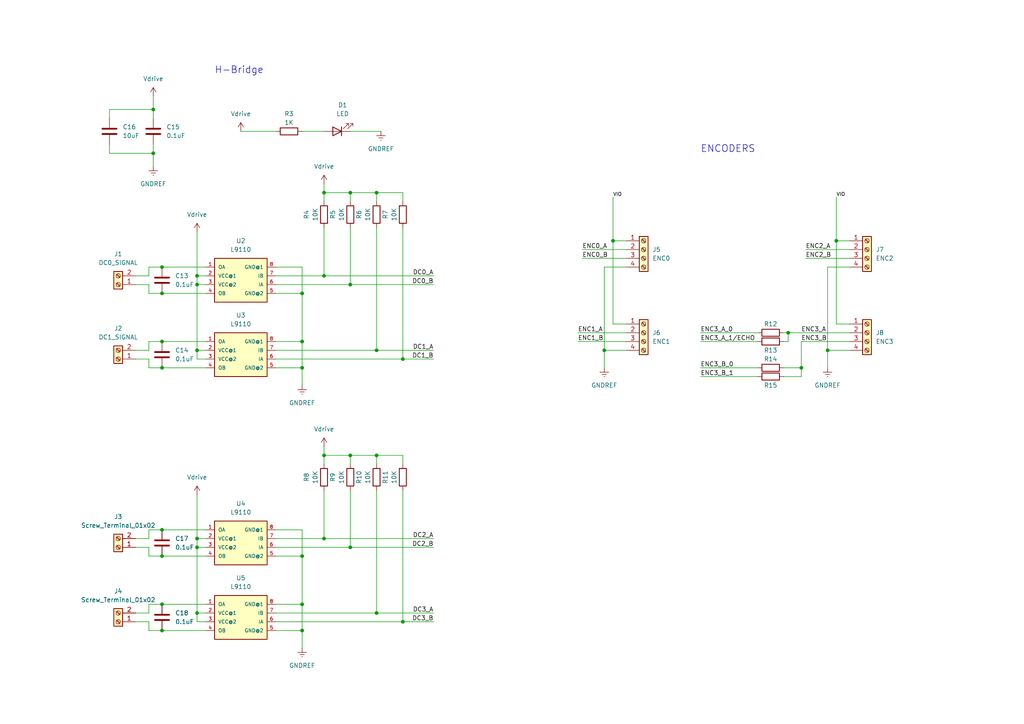
<source format=kicad_sch>
(kicad_sch (version 20231120) (generator "eeschema") (generator_version "8.0")
  (paper "A4")
  (lib_symbols
    (symbol "Connector:Screw_Terminal_01x02" (pin_names (offset 1.016) hide)
      (property "Reference" "J" (at 0 2.54 0))
      (property "Value" "Screw_Terminal_01x02" (at 0 -5.08 0))
      (symbol "Screw_Terminal_01x02_1_1"
        (rectangle (start -1.27 1.27) (end 1.27 -3.81) (stroke (width 0.254)) (fill (type background)))
        (circle (center 0 -2.54) (radius 0.635) (stroke (width 0.1524)))
        (polyline (pts (xy -0.5334 -2.2098) (xy 0.3302 -3.048)) (stroke (width 0.1524)))
        (polyline (pts (xy -0.5334 0.3302) (xy 0.3302 -0.508)) (stroke (width 0.1524)))
        (polyline (pts (xy -0.3556 -2.032) (xy 0.508 -2.8702)) (stroke (width 0.1524)))
        (polyline (pts (xy -0.3556 0.508) (xy 0.508 -0.3302)) (stroke (width 0.1524)))
        (circle (center 0 0) (radius 0.635) (stroke (width 0.1524)))
        (pin passive line (at -5.08 0 0) (length 3.81) (name "Pin_1") (number "1"))
        (pin passive line (at -5.08 -2.54 0) (length 3.81) (name "Pin_2") (number "2"))
      )
    )
    (symbol "Connector:Screw_Terminal_01x04" (pin_names (offset 1.016) hide)
      (property "Reference" "J" (at 0 5.08 0))
      (property "Value" "Screw_Terminal_01x04" (at 0 -7.62 0))
      (symbol "Screw_Terminal_01x04_1_1"
        (rectangle (start -1.27 3.81) (end 1.27 -6.35) (stroke (width 0.254)) (fill (type background)))
        (circle (center 0 -5.08) (radius 0.635) (stroke (width 0.1524)))
        (circle (center 0 -2.54) (radius 0.635) (stroke (width 0.1524)))
        (polyline (pts (xy -0.5334 -4.7498) (xy 0.3302 -5.588)) (stroke (width 0.1524)))
        (polyline (pts (xy -0.5334 -2.2098) (xy 0.3302 -3.048)) (stroke (width 0.1524)))
        (polyline (pts (xy -0.5334 0.3302) (xy 0.3302 -0.508)) (stroke (width 0.1524)))
        (polyline (pts (xy -0.5334 2.8702) (xy 0.3302 2.032)) (stroke (width 0.1524)))
        (polyline (pts (xy -0.3556 -4.572) (xy 0.508 -5.4102)) (stroke (width 0.1524)))
        (polyline (pts (xy -0.3556 -2.032) (xy 0.508 -2.8702)) (stroke (width 0.1524)))
        (polyline (pts (xy -0.3556 0.508) (xy 0.508 -0.3302)) (stroke (width 0.1524)))
        (polyline (pts (xy -0.3556 3.048) (xy 0.508 2.2098)) (stroke (width 0.1524)))
        (circle (center 0 0) (radius 0.635) (stroke (width 0.1524)))
        (circle (center 0 2.54) (radius 0.635) (stroke (width 0.1524)))
        (pin passive line (at -5.08 2.54 0) (length 3.81) (name "Pin_1") (number "1"))
        (pin passive line (at -5.08 0 0) (length 3.81) (name "Pin_2") (number "2"))
        (pin passive line (at -5.08 -2.54 0) (length 3.81) (name "Pin_3") (number "3"))
        (pin passive line (at -5.08 -5.08 0) (length 3.81) (name "Pin_4") (number "4"))
      )
    )
    (symbol "Device:C" (pin_numbers hide) (pin_names (offset 0.254))
      (property "Reference" "C" (at 0.635 2.54 0))
      (property "Value" "C" (at 0.635 -2.54 0))
      (symbol "C_0_1"
        (polyline (pts (xy -2.032 -0.762) (xy 2.032 -0.762)) (stroke (width 0.508)))
        (polyline (pts (xy -2.032 0.762) (xy 2.032 0.762)) (stroke (width 0.508)))
      )
      (symbol "C_1_1"
        (pin passive line (at 0 3.81 270) (length 2.794) (name "~") (number "1"))
        (pin passive line (at 0 -3.81 90) (length 2.794) (name "~") (number "2"))
      )
    )
    (symbol "Device:LED" (pin_numbers hide) (pin_names (offset 1.016) hide)
      (property "Reference" "D" (at 0 2.54 0))
      (property "Value" "LED" (at 0 -2.54 0))
      (symbol "LED_0_1"
        (polyline (pts (xy -1.27 -1.27) (xy -1.27 1.27)) (stroke (width 0.254)))
        (polyline (pts (xy -1.27 0) (xy 1.27 0)))
        (polyline (pts (xy 1.27 -1.27) (xy 1.27 1.27) (xy -1.27 0) (xy 1.27 -1.27)) (stroke (width 0.254)))
        (polyline (pts (xy -3.048 -0.762) (xy -4.572 -2.286) (xy -3.81 -2.286) (xy -4.572 -2.286) (xy -4.572 -1.524)))
        (polyline (pts (xy -1.778 -0.762) (xy -3.302 -2.286) (xy -2.54 -2.286) (xy -3.302 -2.286) (xy -3.302 -1.524)))
      )
      (symbol "LED_1_1"
        (pin passive line (at -3.81 0 0) (length 2.54) (name "K") (number "1"))
        (pin passive line (at 3.81 0 180) (length 2.54) (name "A") (number "2"))
      )
    )
    (symbol "Device:R" (pin_numbers hide) (pin_names (offset 0))
      (property "Reference" "R" (at 2.032 0 90))
      (property "Value" "R" (at 0 0 90))
      (symbol "R_0_1"
        (rectangle (start -1.016 -2.54) (end 1.016 2.54) (stroke (width 0.254)))
      )
      (symbol "R_1_1"
        (pin passive line (at 0 3.81 270) (length 1.27) (name "~") (number "1"))
        (pin passive line (at 0 -3.81 90) (length 1.27) (name "~") (number "2"))
      )
    )
    (symbol "l9110s:L9110" (pin_names (offset 1.016))
      (property "Reference" "U" (at 0 0 0))
      (property "Value" "L9110" (at 0 0 0))
      (symbol "L9110_0_0"
        (rectangle (start -7.62 -5.08) (end 7.62 7.62) (stroke (width 0.254)) (fill (type background)))
        (pin output line (at -10.16 5.08 0) (length 2.54) (name "OA") (number "1"))
        (pin power_in line (at -10.16 2.54 0) (length 2.54) (name "VCC@1") (number "2"))
        (pin power_in line (at -10.16 0 0) (length 2.54) (name "VCC@2") (number "3"))
        (pin output line (at -10.16 -2.54 0) (length 2.54) (name "OB") (number "4"))
        (pin power_in line (at 10.16 -2.54 180) (length 2.54) (name "GND@2") (number "5"))
        (pin input line (at 10.16 0 180) (length 2.54) (name "IA") (number "6"))
        (pin input line (at 10.16 2.54 180) (length 2.54) (name "IB") (number "7"))
        (pin power_in line (at 10.16 5.08 180) (length 2.54) (name "GND@1") (number "8"))
      )
    )
    (symbol "power:GNDREF" (power) (pin_names (offset 0))
      (property "Value" "GND" (at 0 -3.81 0))
      (symbol "GNDREF_0_1"
        (polyline (pts (xy -0.635 -1.905) (xy 0.635 -1.905)))
        (polyline (pts (xy -0.127 -2.54) (xy 0.127 -2.54)))
        (polyline (pts (xy 0 -1.27) (xy 0 0)))
        (polyline (pts (xy 1.27 -1.27) (xy -1.27 -1.27)))
      )
      (symbol "GNDREF_1_1"
        (pin power_in line (at 0 0 270) (length 0) hide (name "GNDREF") (number "1"))
      )
    )
    (symbol "power:Vdrive" (power) (pin_names (offset 0))
      (property "Value" "Vdrive" (at 0 3.81 0))
      (symbol "Vdrive_0_1"
        (polyline (pts (xy -0.762 1.27) (xy 0 2.54)))
        (polyline (pts (xy 0 0) (xy 0 2.54)))
        (polyline (pts (xy 0 2.54) (xy 0.762 1.27)))
      )
      (symbol "Vdrive_1_1"
        (pin power_in line (at 0 0 90) (length 0) hide (name "Vdrive") (number "1"))
      )
    )
  )
  (junction (at 101.6 132.08))
  (junction (at 109.22 101.6))
  (junction (at 87.63 106.68))
  (junction (at 232.41 106.68))
  (junction (at 101.6 55.88))
  (junction (at 46.99 106.68))
  (junction (at 177.8 69.85))
  (junction (at 87.63 175.26))
  (junction (at 242.57 69.85))
  (junction (at 57.15 177.8))
  (junction (at 87.63 99.06))
  (junction (at 44.45 31.75))
  (junction (at 93.98 80.01))
  (junction (at 57.15 101.6))
  (junction (at 87.63 85.09))
  (junction (at 57.15 156.21))
  (junction (at 93.98 132.08))
  (junction (at 57.15 80.01))
  (junction (at 175.26 101.6))
  (junction (at 57.15 82.55))
  (junction (at 46.99 182.88))
  (junction (at 93.98 156.21))
  (junction (at 93.98 55.88))
  (junction (at 101.6 158.75))
  (junction (at 109.22 55.88))
  (junction (at 87.63 182.88))
  (junction (at 240.03 101.6))
  (junction (at 101.6 82.55))
  (junction (at 109.22 132.08))
  (junction (at 109.22 177.8))
  (junction (at 46.99 77.47))
  (junction (at 116.84 104.14))
  (junction (at 228.6 96.52))
  (junction (at 46.99 175.26))
  (junction (at 44.45 44.45))
  (junction (at 46.99 85.09))
  (junction (at 46.99 99.06))
  (junction (at 46.99 153.67))
  (junction (at 116.84 180.34))
  (junction (at 57.15 158.75))
  (junction (at 46.99 161.29))
  (junction (at 87.63 161.29))
  (wire (pts (xy 31.75 34.29) (xy 31.75 31.75)))
  (wire (pts (xy 109.22 142.24) (xy 109.22 177.8)))
  (wire (pts (xy 101.6 82.55) (xy 125.73 82.55)))
  (wire (pts (xy 87.63 99.06) (xy 87.63 106.68)))
  (wire (pts (xy 227.33 96.52) (xy 228.6 96.52)))
  (wire (pts (xy 101.6 58.42) (xy 101.6 55.88)))
  (wire (pts (xy 116.84 55.88) (xy 109.22 55.88)))
  (wire (pts (xy 57.15 156.21) (xy 57.15 158.75)))
  (wire (pts (xy 203.2 99.06) (xy 219.71 99.06)))
  (wire (pts (xy 109.22 55.88) (xy 101.6 55.88)))
  (wire (pts (xy 87.63 85.09) (xy 87.63 99.06)))
  (wire (pts (xy 43.18 161.29) (xy 43.18 158.75)))
  (wire (pts (xy 57.15 80.01) (xy 59.69 80.01)))
  (wire (pts (xy 57.15 101.6) (xy 57.15 104.14)))
  (wire (pts (xy 87.63 106.68) (xy 87.63 111.76)))
  (wire (pts (xy 80.01 175.26) (xy 87.63 175.26)))
  (wire (pts (xy 43.18 77.47) (xy 46.99 77.47)))
  (wire (pts (xy 57.15 156.21) (xy 59.69 156.21)))
  (wire (pts (xy 43.18 82.55) (xy 39.37 82.55)))
  (wire (pts (xy 46.99 182.88) (xy 43.18 182.88)))
  (wire (pts (xy 57.15 177.8) (xy 57.15 180.34)))
  (wire (pts (xy 87.63 153.67) (xy 87.63 161.29)))
  (wire (pts (xy 80.01 161.29) (xy 87.63 161.29)))
  (wire (pts (xy 80.01 158.75) (xy 101.6 158.75)))
  (wire (pts (xy 232.41 109.22) (xy 232.41 106.68)))
  (wire (pts (xy 80.01 153.67) (xy 87.63 153.67)))
  (wire (pts (xy 116.84 66.04) (xy 116.84 104.14)))
  (wire (pts (xy 80.01 101.6) (xy 109.22 101.6)))
  (wire (pts (xy 43.18 153.67) (xy 46.99 153.67)))
  (wire (pts (xy 57.15 67.31) (xy 57.15 80.01)))
  (wire (pts (xy 168.91 72.39) (xy 181.61 72.39)))
  (wire (pts (xy 227.33 106.68) (xy 232.41 106.68)))
  (wire (pts (xy 242.57 69.85) (xy 242.57 57.15)))
  (wire (pts (xy 109.22 177.8) (xy 125.73 177.8)))
  (wire (pts (xy 116.84 58.42) (xy 116.84 55.88)))
  (wire (pts (xy 109.22 134.62) (xy 109.22 132.08)))
  (wire (pts (xy 59.69 158.75) (xy 57.15 158.75)))
  (wire (pts (xy 39.37 101.6) (xy 43.18 101.6)))
  (wire (pts (xy 43.18 158.75) (xy 39.37 158.75)))
  (wire (pts (xy 101.6 55.88) (xy 93.98 55.88)))
  (wire (pts (xy 43.18 177.8) (xy 43.18 175.26)))
  (wire (pts (xy 227.33 109.22) (xy 232.41 109.22)))
  (wire (pts (xy 177.8 93.98) (xy 177.8 69.85)))
  (wire (pts (xy 57.15 143.51) (xy 57.15 156.21)))
  (wire (pts (xy 59.69 85.09) (xy 46.99 85.09)))
  (wire (pts (xy 59.69 104.14) (xy 57.15 104.14)))
  (wire (pts (xy 101.6 134.62) (xy 101.6 132.08)))
  (wire (pts (xy 93.98 156.21) (xy 125.73 156.21)))
  (wire (pts (xy 101.6 66.04) (xy 101.6 82.55)))
  (wire (pts (xy 116.84 142.24) (xy 116.84 180.34)))
  (wire (pts (xy 80.01 182.88) (xy 87.63 182.88)))
  (wire (pts (xy 44.45 41.91) (xy 44.45 44.45)))
  (wire (pts (xy 228.6 99.06) (xy 228.6 96.52)))
  (wire (pts (xy 87.63 175.26) (xy 87.63 182.88)))
  (wire (pts (xy 46.99 161.29) (xy 43.18 161.29)))
  (wire (pts (xy 93.98 80.01) (xy 125.73 80.01)))
  (wire (pts (xy 246.38 69.85) (xy 242.57 69.85)))
  (wire (pts (xy 80.01 77.47) (xy 87.63 77.47)))
  (wire (pts (xy 59.69 106.68) (xy 46.99 106.68)))
  (wire (pts (xy 43.18 85.09) (xy 43.18 82.55)))
  (wire (pts (xy 43.18 99.06) (xy 46.99 99.06)))
  (wire (pts (xy 240.03 101.6) (xy 246.38 101.6)))
  (wire (pts (xy 93.98 55.88) (xy 93.98 58.42)))
  (wire (pts (xy 232.41 99.06) (xy 246.38 99.06)))
  (wire (pts (xy 167.64 96.52) (xy 181.61 96.52)))
  (wire (pts (xy 46.99 77.47) (xy 59.69 77.47)))
  (wire (pts (xy 44.45 27.94) (xy 44.45 31.75)))
  (wire (pts (xy 57.15 177.8) (xy 59.69 177.8)))
  (wire (pts (xy 31.75 31.75) (xy 44.45 31.75)))
  (wire (pts (xy 116.84 132.08) (xy 109.22 132.08)))
  (wire (pts (xy 109.22 101.6) (xy 125.73 101.6)))
  (wire (pts (xy 39.37 156.21) (xy 43.18 156.21)))
  (wire (pts (xy 80.01 85.09) (xy 87.63 85.09)))
  (wire (pts (xy 44.45 44.45) (xy 44.45 48.26)))
  (wire (pts (xy 87.63 161.29) (xy 87.63 175.26)))
  (wire (pts (xy 43.18 156.21) (xy 43.18 153.67)))
  (wire (pts (xy 46.99 175.26) (xy 59.69 175.26)))
  (wire (pts (xy 168.91 74.93) (xy 181.61 74.93)))
  (wire (pts (xy 233.68 74.93) (xy 246.38 74.93)))
  (wire (pts (xy 109.22 58.42) (xy 109.22 55.88)))
  (wire (pts (xy 242.57 93.98) (xy 242.57 69.85)))
  (wire (pts (xy 167.64 99.06) (xy 181.61 99.06)))
  (wire (pts (xy 175.26 101.6) (xy 175.26 77.47)))
  (wire (pts (xy 80.01 104.14) (xy 116.84 104.14)))
  (wire (pts (xy 59.69 182.88) (xy 46.99 182.88)))
  (wire (pts (xy 59.69 161.29) (xy 46.99 161.29)))
  (wire (pts (xy 39.37 80.01) (xy 43.18 80.01)))
  (wire (pts (xy 31.75 41.91) (xy 31.75 44.45)))
  (wire (pts (xy 43.18 182.88) (xy 43.18 180.34)))
  (wire (pts (xy 175.26 106.68) (xy 175.26 101.6)))
  (wire (pts (xy 39.37 177.8) (xy 43.18 177.8)))
  (wire (pts (xy 80.01 106.68) (xy 87.63 106.68)))
  (wire (pts (xy 43.18 104.14) (xy 39.37 104.14)))
  (wire (pts (xy 93.98 66.04) (xy 93.98 80.01)))
  (wire (pts (xy 109.22 66.04) (xy 109.22 101.6)))
  (wire (pts (xy 44.45 31.75) (xy 44.45 34.29)))
  (wire (pts (xy 227.33 99.06) (xy 228.6 99.06)))
  (wire (pts (xy 46.99 85.09) (xy 43.18 85.09)))
  (wire (pts (xy 87.63 38.1) (xy 93.98 38.1)))
  (wire (pts (xy 240.03 106.68) (xy 240.03 101.6)))
  (wire (pts (xy 80.01 156.21) (xy 93.98 156.21)))
  (wire (pts (xy 57.15 158.75) (xy 57.15 177.8)))
  (wire (pts (xy 175.26 77.47) (xy 181.61 77.47)))
  (wire (pts (xy 177.8 69.85) (xy 177.8 57.15)))
  (wire (pts (xy 69.85 38.1) (xy 80.01 38.1)))
  (wire (pts (xy 203.2 106.68) (xy 219.71 106.68)))
  (wire (pts (xy 203.2 96.52) (xy 219.71 96.52)))
  (wire (pts (xy 240.03 77.47) (xy 246.38 77.47)))
  (wire (pts (xy 101.6 142.24) (xy 101.6 158.75)))
  (wire (pts (xy 116.84 180.34) (xy 125.73 180.34)))
  (wire (pts (xy 93.98 132.08) (xy 93.98 134.62)))
  (wire (pts (xy 43.18 175.26) (xy 46.99 175.26)))
  (wire (pts (xy 46.99 106.68) (xy 43.18 106.68)))
  (wire (pts (xy 57.15 82.55) (xy 57.15 101.6)))
  (wire (pts (xy 43.18 80.01) (xy 43.18 77.47)))
  (wire (pts (xy 93.98 129.54) (xy 93.98 132.08)))
  (wire (pts (xy 80.01 80.01) (xy 93.98 80.01)))
  (wire (pts (xy 240.03 101.6) (xy 240.03 77.47)))
  (wire (pts (xy 46.99 153.67) (xy 59.69 153.67)))
  (wire (pts (xy 232.41 106.68) (xy 232.41 99.06)))
  (wire (pts (xy 101.6 38.1) (xy 110.49 38.1)))
  (wire (pts (xy 203.2 109.22) (xy 219.71 109.22)))
  (wire (pts (xy 93.98 142.24) (xy 93.98 156.21)))
  (wire (pts (xy 228.6 96.52) (xy 246.38 96.52)))
  (wire (pts (xy 59.69 82.55) (xy 57.15 82.55)))
  (wire (pts (xy 93.98 53.34) (xy 93.98 55.88)))
  (wire (pts (xy 59.69 180.34) (xy 57.15 180.34)))
  (wire (pts (xy 181.61 93.98) (xy 177.8 93.98)))
  (wire (pts (xy 80.01 177.8) (xy 109.22 177.8)))
  (wire (pts (xy 101.6 132.08) (xy 93.98 132.08)))
  (wire (pts (xy 116.84 104.14) (xy 125.73 104.14)))
  (wire (pts (xy 87.63 77.47) (xy 87.63 85.09)))
  (wire (pts (xy 109.22 132.08) (xy 101.6 132.08)))
  (wire (pts (xy 116.84 134.62) (xy 116.84 132.08)))
  (wire (pts (xy 87.63 182.88) (xy 87.63 187.96)))
  (wire (pts (xy 43.18 101.6) (xy 43.18 99.06)))
  (wire (pts (xy 80.01 99.06) (xy 87.63 99.06)))
  (wire (pts (xy 80.01 180.34) (xy 116.84 180.34)))
  (wire (pts (xy 181.61 69.85) (xy 177.8 69.85)))
  (wire (pts (xy 57.15 80.01) (xy 57.15 82.55)))
  (wire (pts (xy 175.26 101.6) (xy 181.61 101.6)))
  (wire (pts (xy 43.18 106.68) (xy 43.18 104.14)))
  (wire (pts (xy 31.75 44.45) (xy 44.45 44.45)))
  (wire (pts (xy 101.6 158.75) (xy 125.73 158.75)))
  (wire (pts (xy 80.01 82.55) (xy 101.6 82.55)))
  (wire (pts (xy 57.15 101.6) (xy 59.69 101.6)))
  (wire (pts (xy 233.68 72.39) (xy 246.38 72.39)))
  (wire (pts (xy 46.99 99.06) (xy 59.69 99.06)))
  (wire (pts (xy 246.38 93.98) (xy 242.57 93.98)))
  (wire (pts (xy 43.18 180.34) (xy 39.37 180.34)))
  (text "H-Bridge" (at 62.23 21.59 0) (effects (font (size 2 2)) (justify left bottom)))
  (text "ENCODERS" (at 203.2 44.45 0) (effects (font (size 2 2)) (justify left bottom)))
  (label "ENC0_B" (at 168.91 74.93 0))
  (label "DC2_A" (at 125.73 156.21 180))
  (label "ENC3_A_1{slash}ECHO" (at 203.2 99.06 0))
  (label "ENC2_B" (at 233.68 74.93 0))
  (label "ENC2_A" (at 233.68 72.39 0))
  (label "ENC3_B" (at 232.41 99.06 0))
  (label "DC3_B" (at 125.73 180.34 180))
  (label "DC0_A" (at 125.73 80.01 180))
  (label "DC3_A" (at 125.73 177.8 180))
  (label "DC1_A" (at 125.73 101.6 180))
  (label "ENC1_B" (at 167.64 99.06 0))
  (label "ENC3_B_0" (at 203.2 106.68 0))
  (label "DC1_B" (at 125.73 104.14 180))
  (label "VIO" (at 242.57 57.15 0) (effects (font (size 1 1))))
  (label "ENC1_A" (at 167.64 96.52 0))
  (label "DC2_B" (at 125.73 158.75 180))
  (label "DC0_B" (at 125.73 82.55 180))
  (label "ENC3_A_0" (at 203.2 96.52 0))
  (label "ENC3_A" (at 232.41 96.52 0))
  (label "ENC0_A" (at 168.91 72.39 0))
  (label "VIO" (at 177.8 57.15 0) (effects (font (size 1 1))))
  (label "ENC3_B_1" (at 203.2 109.22 0))
  (symbol (lib_id "Device:C") (at 31.75 38.1 0) (unit 1)
    (property "Reference" "C16" (at 35.56 36.83 0) (effects (justify left)))
    (property "Value" "10uF" (at 35.56 39.37 0) (effects (justify left)))
  )
  (symbol (lib_id "Device:R") (at 83.82 38.1 90) (unit 1)
    (property "Reference" "R3" (at 83.82 33.02 90))
    (property "Value" "1K" (at 83.82 35.56 90))
  )
  (symbol (lib_id "Device:C") (at 44.45 38.1 0) (unit 1)
    (property "Reference" "C15" (at 48.26 36.83 0) (effects (justify left)))
    (property "Value" "0.1uF" (at 48.26 39.37 0) (effects (justify left)))
  )
  (symbol (lib_id "Device:R") (at 93.98 138.43 180) (unit 1)
    (property "Reference" "R8" (at 88.9 138.43 90))
    (property "Value" "10K" (at 91.44 138.43 90))
  )
  (symbol (lib_id "Connector:Screw_Terminal_01x02") (at 34.29 180.34 180) (unit 1)
    (property "Reference" "J4" (at 34.29 171.45 0))
    (property "Value" "Screw_Terminal_01x02" (at 34.29 173.99 0))
  )
  (symbol (lib_id "Device:LED") (at 97.79 38.1 180) (unit 1)
    (property "Reference" "D1" (at 99.3775 30.48 0))
    (property "Value" "LED" (at 99.3775 33.02 0))
  )
  (symbol (lib_id "Device:R") (at 109.22 138.43 180) (unit 1)
    (property "Reference" "R10" (at 104.14 138.43 90))
    (property "Value" "10K" (at 106.68 138.43 90))
  )
  (symbol (lib_id "Device:R") (at 223.52 96.52 270) (unit 1)
    (property "Reference" "R12" (at 223.52 93.98 90))
    (property "Value" "R" (effects (hide yes)))
  )
  (symbol (lib_id "Device:R") (at 109.22 62.23 180) (unit 1)
    (property "Reference" "R6" (at 104.14 62.23 90))
    (property "Value" "10K" (at 106.68 62.23 90))
  )
  (symbol (lib_id "Connector:Screw_Terminal_01x02") (at 34.29 82.55 180) (unit 1)
    (property "Reference" "J1" (at 34.29 73.66 0))
    (property "Value" "DC0_SIGNAL" (at 34.29 76.2 0))
  )
  (symbol (lib_id "Device:C") (at 46.99 102.87 0) (unit 1)
    (property "Reference" "C14" (at 50.8 101.6 0) (effects (justify left)))
    (property "Value" "0.1uF" (at 50.8 104.14 0) (effects (justify left)))
  )
  (symbol (lib_id "Connector:Screw_Terminal_01x04") (at 186.69 72.39 0) (unit 1)
    (property "Reference" "J5" (at 189.23 72.39 0) (effects (justify left)))
    (property "Value" "ENC0" (at 189.23 74.93 0) (effects (justify left)))
  )
  (symbol (lib_id "Device:R") (at 116.84 138.43 180) (unit 1)
    (property "Reference" "R11" (at 111.76 138.43 90))
    (property "Value" "10K" (at 114.3 138.43 90))
  )
  (symbol (lib_id "Device:R") (at 101.6 138.43 180) (unit 1)
    (property "Reference" "R9" (at 96.52 138.43 90))
    (property "Value" "10K" (at 99.06 138.43 90))
  )
  (symbol (lib_id "Connector:Screw_Terminal_01x02") (at 34.29 104.14 180) (unit 1)
    (property "Reference" "J2" (at 34.29 95.25 0))
    (property "Value" "DC1_SIGNAL" (at 34.29 97.79 0))
  )
  (symbol (lib_id "Device:C") (at 46.99 81.28 0) (unit 1)
    (property "Reference" "C13" (at 50.8 80.01 0) (effects (justify left)))
    (property "Value" "0.1uF" (at 50.8 82.55 0) (effects (justify left)))
  )
  (symbol (lib_id "Device:R") (at 93.98 62.23 180) (unit 1)
    (property "Reference" "R4" (at 88.9 62.23 90))
    (property "Value" "10K" (at 91.44 62.23 90))
  )
  (symbol (lib_id "Device:R") (at 116.84 62.23 180) (unit 1)
    (property "Reference" "R7" (at 111.76 62.23 90))
    (property "Value" "10K" (at 114.3 62.23 90))
  )
  (symbol (lib_id "l9110s:L9110") (at 69.85 158.75 0) (unit 1)
    (property "Reference" "U4" (at 69.85 146.05 0))
    (property "Value" "L9110" (at 69.85 148.59 0))
    (property "Footprint" "L9110:SO-08" (effects (hide yes)))
    (property "Description" "\nMotor control driver chip\n" (effects (hide yes)))
    (property "MF" "Asic" (effects (hide yes)))
    (property "Package" "Package" (effects (hide yes)))
    (property "Price" "None" (effects (hide yes)))
    (property "SnapEDA_Link" "https://www.snapeda.com/parts/L9110%20(SOP-8)/Asic/view-part/?ref=snap" (effects (hide yes)))
    (property "MP" "L9110 (SOP-8)" (effects (hide yes)))
    (property "Availability" "Not in stock" (effects (hide yes)))
    (property "Check_prices" "https://www.snapeda.com/parts/L9110%20(SOP-8)/Asic/view-part/?ref=eda" (effects (hide yes)))
  )
  (symbol (lib_id "power:Vdrive") (at 69.85 38.1 0) (unit 1)
    (property "Reference" "#PWR011" (effects (hide yes)))
    (property "Value" "Vdrive" (at 69.85 33.02 0))
  )
  (symbol (lib_id "Device:C") (at 46.99 157.48 0) (unit 1)
    (property "Reference" "C17" (at 50.8 156.21 0) (effects (justify left)))
    (property "Value" "0.1uF" (at 50.8 158.75 0) (effects (justify left)))
  )
  (symbol (lib_id "Connector:Screw_Terminal_01x04") (at 186.69 96.52 0) (unit 1)
    (property "Reference" "J6" (at 189.23 96.52 0) (effects (justify left)))
    (property "Value" "ENC1" (at 189.23 99.06 0) (effects (justify left)))
  )
  (symbol (lib_id "power:GNDREF") (at 240.03 106.68 0) (unit 1)
    (property "Reference" "#PWR018" (effects (hide yes)))
    (property "Value" "GNDREF" (at 240.03 111.76 0))
  )
  (symbol (lib_id "Connector:Screw_Terminal_01x02") (at 34.29 158.75 180) (unit 1)
    (property "Reference" "J3" (at 34.29 149.86 0))
    (property "Value" "Screw_Terminal_01x02" (at 34.29 152.4 0))
  )
  (symbol (lib_id "power:Vdrive") (at 93.98 53.34 0) (unit 1)
    (property "Reference" "#PWR013" (effects (hide yes)))
    (property "Value" "Vdrive" (at 93.98 48.26 0))
  )
  (symbol (lib_id "power:Vdrive") (at 57.15 67.31 0) (unit 1)
    (property "Reference" "#PWR07" (effects (hide yes)))
    (property "Value" "Vdrive" (at 57.15 62.23 0))
  )
  (symbol (lib_id "Device:R") (at 101.6 62.23 180) (unit 1)
    (property "Reference" "R5" (at 96.52 62.23 90))
    (property "Value" "10K" (at 99.06 62.23 90))
  )
  (symbol (lib_id "power:Vdrive") (at 44.45 27.94 0) (unit 1)
    (property "Reference" "#PWR09" (effects (hide yes)))
    (property "Value" "Vdrive" (at 44.45 22.86 0))
  )
  (symbol (lib_id "power:GNDREF") (at 87.63 111.76 0) (unit 1)
    (property "Reference" "#PWR08" (effects (hide yes)))
    (property "Value" "GNDREF" (at 87.63 116.84 0))
  )
  (symbol (lib_id "l9110s:L9110") (at 69.85 82.55 0) (unit 1)
    (property "Reference" "U2" (at 69.85 69.85 0))
    (property "Value" "L9110" (at 69.85 72.39 0))
    (property "Footprint" "L9110:SO-08" (effects (hide yes)))
    (property "Description" "\nMotor control driver chip\n" (effects (hide yes)))
    (property "MF" "Asic" (effects (hide yes)))
    (property "Package" "Package" (effects (hide yes)))
    (property "Price" "None" (effects (hide yes)))
    (property "SnapEDA_Link" "https://www.snapeda.com/parts/L9110%20(SOP-8)/Asic/view-part/?ref=snap" (effects (hide yes)))
    (property "MP" "L9110 (SOP-8)" (effects (hide yes)))
    (property "Availability" "Not in stock" (effects (hide yes)))
    (property "Check_prices" "https://www.snapeda.com/parts/L9110%20(SOP-8)/Asic/view-part/?ref=eda" (effects (hide yes)))
  )
  (symbol (lib_id "Device:C") (at 46.99 179.07 0) (unit 1)
    (property "Reference" "C18" (at 50.8 177.8 0) (effects (justify left)))
    (property "Value" "0.1uF" (at 50.8 180.34 0) (effects (justify left)))
  )
  (symbol (lib_id "Device:R") (at 223.52 109.22 270) (unit 1)
    (property "Reference" "R15" (at 223.52 111.76 90))
    (property "Value" "R" (effects (hide yes)))
  )
  (symbol (lib_id "Device:R") (at 223.52 106.68 270) (unit 1)
    (property "Reference" "R14" (at 223.52 104.14 90))
    (property "Value" "R" (effects (hide yes)))
  )
  (symbol (lib_id "power:Vdrive") (at 93.98 129.54 0) (unit 1)
    (property "Reference" "#PWR017" (effects (hide yes)))
    (property "Value" "Vdrive" (at 93.98 124.46 0))
  )
  (symbol (lib_id "power:GNDREF") (at 44.45 48.26 0) (unit 1)
    (property "Reference" "#PWR010" (effects (hide yes)))
    (property "Value" "GNDREF" (at 44.45 53.34 0))
  )
  (symbol (lib_id "Connector:Screw_Terminal_01x04") (at 251.46 72.39 0) (unit 1)
    (property "Reference" "J7" (at 254 72.39 0) (effects (justify left)))
    (property "Value" "ENC2" (at 254 74.93 0) (effects (justify left)))
  )
  (symbol (lib_id "l9110s:L9110") (at 69.85 104.14 0) (unit 1)
    (property "Reference" "U3" (at 69.85 91.44 0))
    (property "Value" "L9110" (at 69.85 93.98 0))
    (property "Footprint" "L9110:SO-08" (effects (hide yes)))
    (property "Description" "\nMotor control driver chip\n" (effects (hide yes)))
    (property "MF" "Asic" (effects (hide yes)))
    (property "Package" "Package" (effects (hide yes)))
    (property "Price" "None" (effects (hide yes)))
    (property "SnapEDA_Link" "https://www.snapeda.com/parts/L9110%20(SOP-8)/Asic/view-part/?ref=snap" (effects (hide yes)))
    (property "MP" "L9110 (SOP-8)" (effects (hide yes)))
    (property "Availability" "Not in stock" (effects (hide yes)))
    (property "Check_prices" "https://www.snapeda.com/parts/L9110%20(SOP-8)/Asic/view-part/?ref=eda" (effects (hide yes)))
  )
  (symbol (lib_id "power:GNDREF") (at 175.26 106.68 0) (unit 1)
    (property "Reference" "#PWR015" (effects (hide yes)))
    (property "Value" "GNDREF" (at 175.26 111.76 0))
  )
  (symbol (lib_id "l9110s:L9110") (at 69.85 180.34 0) (unit 1)
    (property "Reference" "U5" (at 69.85 167.64 0))
    (property "Value" "L9110" (at 69.85 170.18 0))
    (property "Footprint" "L9110:SO-08" (effects (hide yes)))
    (property "Description" "\nMotor control driver chip\n" (effects (hide yes)))
    (property "MF" "Asic" (effects (hide yes)))
    (property "Package" "Package" (effects (hide yes)))
    (property "Price" "None" (effects (hide yes)))
    (property "SnapEDA_Link" "https://www.snapeda.com/parts/L9110%20(SOP-8)/Asic/view-part/?ref=snap" (effects (hide yes)))
    (property "MP" "L9110 (SOP-8)" (effects (hide yes)))
    (property "Availability" "Not in stock" (effects (hide yes)))
    (property "Check_prices" "https://www.snapeda.com/parts/L9110%20(SOP-8)/Asic/view-part/?ref=eda" (effects (hide yes)))
  )
  (symbol (lib_id "power:GNDREF") (at 87.63 187.96 0) (unit 1)
    (property "Reference" "#PWR016" (effects (hide yes)))
    (property "Value" "GNDREF" (at 87.63 193.04 0))
  )
  (symbol (lib_id "Device:R") (at 223.52 99.06 270) (unit 1)
    (property "Reference" "R13" (at 223.52 101.6 90))
    (property "Value" "R" (effects (hide yes)))
  )
  (symbol (lib_id "power:Vdrive") (at 57.15 143.51 0) (unit 1)
    (property "Reference" "#PWR014" (effects (hide yes)))
    (property "Value" "Vdrive" (at 57.15 138.43 0))
  )
  (symbol (lib_id "Connector:Screw_Terminal_01x04") (at 251.46 96.52 0) (unit 1)
    (property "Reference" "J8" (at 254 96.52 0) (effects (justify left)))
    (property "Value" "ENC3" (at 254 99.06 0) (effects (justify left)))
  )
  (symbol (lib_id "power:GNDREF") (at 110.49 38.1 0) (unit 1)
    (property "Reference" "#PWR012" (effects (hide yes)))
    (property "Value" "GNDREF" (at 110.49 43.18 0))
  )
)
</source>
